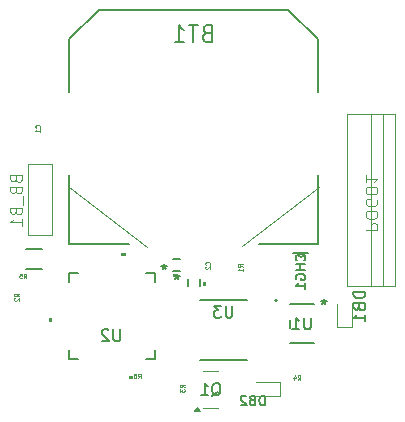
<source format=gbr>
%TF.GenerationSoftware,KiCad,Pcbnew,9.0.1*%
%TF.CreationDate,2025-06-29T08:21:18-07:00*%
%TF.ProjectId,Complete_Watch,436f6d70-6c65-4746-955f-57617463682e,rev?*%
%TF.SameCoordinates,Original*%
%TF.FileFunction,Legend,Bot*%
%TF.FilePolarity,Positive*%
%FSLAX46Y46*%
G04 Gerber Fmt 4.6, Leading zero omitted, Abs format (unit mm)*
G04 Created by KiCad (PCBNEW 9.0.1) date 2025-06-29 08:21:18*
%MOMM*%
%LPD*%
G01*
G04 APERTURE LIST*
%ADD10C,0.100000*%
%ADD11C,0.150000*%
%ADD12C,0.098425*%
%ADD13C,0.050000*%
%ADD14C,0.152400*%
%ADD15C,0.000000*%
%ADD16C,0.120000*%
%ADD17C,0.127000*%
%ADD18C,0.200000*%
G04 APERTURE END LIST*
D10*
X215448434Y-84418577D02*
X222067634Y-89460877D01*
X236567634Y-84418577D02*
X230067634Y-89418577D01*
D11*
X219761904Y-96454819D02*
X219761904Y-97264342D01*
X219761904Y-97264342D02*
X219714285Y-97359580D01*
X219714285Y-97359580D02*
X219666666Y-97407200D01*
X219666666Y-97407200D02*
X219571428Y-97454819D01*
X219571428Y-97454819D02*
X219380952Y-97454819D01*
X219380952Y-97454819D02*
X219285714Y-97407200D01*
X219285714Y-97407200D02*
X219238095Y-97359580D01*
X219238095Y-97359580D02*
X219190476Y-97264342D01*
X219190476Y-97264342D02*
X219190476Y-96454819D01*
X218761904Y-96550057D02*
X218714285Y-96502438D01*
X218714285Y-96502438D02*
X218619047Y-96454819D01*
X218619047Y-96454819D02*
X218380952Y-96454819D01*
X218380952Y-96454819D02*
X218285714Y-96502438D01*
X218285714Y-96502438D02*
X218238095Y-96550057D01*
X218238095Y-96550057D02*
X218190476Y-96645295D01*
X218190476Y-96645295D02*
X218190476Y-96740533D01*
X218190476Y-96740533D02*
X218238095Y-96883390D01*
X218238095Y-96883390D02*
X218809523Y-97454819D01*
X218809523Y-97454819D02*
X218190476Y-97454819D01*
X223499999Y-90954819D02*
X223499999Y-91192914D01*
X223738094Y-91097676D02*
X223499999Y-91192914D01*
X223499999Y-91192914D02*
X223261904Y-91097676D01*
X223642856Y-91383390D02*
X223499999Y-91192914D01*
X223499999Y-91192914D02*
X223357142Y-91383390D01*
X224555599Y-91795019D02*
X224555599Y-92033114D01*
X224793694Y-91937876D02*
X224555599Y-92033114D01*
X224555599Y-92033114D02*
X224317504Y-91937876D01*
X224698456Y-92223590D02*
X224555599Y-92033114D01*
X224555599Y-92033114D02*
X224412742Y-92223590D01*
D10*
X210933608Y-83714285D02*
X210981227Y-83857142D01*
X210981227Y-83857142D02*
X211028846Y-83904761D01*
X211028846Y-83904761D02*
X211124084Y-83952380D01*
X211124084Y-83952380D02*
X211266941Y-83952380D01*
X211266941Y-83952380D02*
X211362179Y-83904761D01*
X211362179Y-83904761D02*
X211409799Y-83857142D01*
X211409799Y-83857142D02*
X211457418Y-83761904D01*
X211457418Y-83761904D02*
X211457418Y-83380952D01*
X211457418Y-83380952D02*
X210457418Y-83380952D01*
X210457418Y-83380952D02*
X210457418Y-83714285D01*
X210457418Y-83714285D02*
X210505037Y-83809523D01*
X210505037Y-83809523D02*
X210552656Y-83857142D01*
X210552656Y-83857142D02*
X210647894Y-83904761D01*
X210647894Y-83904761D02*
X210743132Y-83904761D01*
X210743132Y-83904761D02*
X210838370Y-83857142D01*
X210838370Y-83857142D02*
X210885989Y-83809523D01*
X210885989Y-83809523D02*
X210933608Y-83714285D01*
X210933608Y-83714285D02*
X210933608Y-83380952D01*
X210933608Y-84714285D02*
X210981227Y-84857142D01*
X210981227Y-84857142D02*
X211028846Y-84904761D01*
X211028846Y-84904761D02*
X211124084Y-84952380D01*
X211124084Y-84952380D02*
X211266941Y-84952380D01*
X211266941Y-84952380D02*
X211362179Y-84904761D01*
X211362179Y-84904761D02*
X211409799Y-84857142D01*
X211409799Y-84857142D02*
X211457418Y-84761904D01*
X211457418Y-84761904D02*
X211457418Y-84380952D01*
X211457418Y-84380952D02*
X210457418Y-84380952D01*
X210457418Y-84380952D02*
X210457418Y-84714285D01*
X210457418Y-84714285D02*
X210505037Y-84809523D01*
X210505037Y-84809523D02*
X210552656Y-84857142D01*
X210552656Y-84857142D02*
X210647894Y-84904761D01*
X210647894Y-84904761D02*
X210743132Y-84904761D01*
X210743132Y-84904761D02*
X210838370Y-84857142D01*
X210838370Y-84857142D02*
X210885989Y-84809523D01*
X210885989Y-84809523D02*
X210933608Y-84714285D01*
X210933608Y-84714285D02*
X210933608Y-84380952D01*
X211552656Y-85142857D02*
X211552656Y-85904761D01*
X210933608Y-86476190D02*
X210981227Y-86619047D01*
X210981227Y-86619047D02*
X211028846Y-86666666D01*
X211028846Y-86666666D02*
X211124084Y-86714285D01*
X211124084Y-86714285D02*
X211266941Y-86714285D01*
X211266941Y-86714285D02*
X211362179Y-86666666D01*
X211362179Y-86666666D02*
X211409799Y-86619047D01*
X211409799Y-86619047D02*
X211457418Y-86523809D01*
X211457418Y-86523809D02*
X211457418Y-86142857D01*
X211457418Y-86142857D02*
X210457418Y-86142857D01*
X210457418Y-86142857D02*
X210457418Y-86476190D01*
X210457418Y-86476190D02*
X210505037Y-86571428D01*
X210505037Y-86571428D02*
X210552656Y-86619047D01*
X210552656Y-86619047D02*
X210647894Y-86666666D01*
X210647894Y-86666666D02*
X210743132Y-86666666D01*
X210743132Y-86666666D02*
X210838370Y-86619047D01*
X210838370Y-86619047D02*
X210885989Y-86571428D01*
X210885989Y-86571428D02*
X210933608Y-86476190D01*
X210933608Y-86476190D02*
X210933608Y-86142857D01*
X211457418Y-87666666D02*
X211457418Y-87095238D01*
X211457418Y-87380952D02*
X210457418Y-87380952D01*
X210457418Y-87380952D02*
X210600275Y-87285714D01*
X210600275Y-87285714D02*
X210695513Y-87190476D01*
X210695513Y-87190476D02*
X210743132Y-87095238D01*
D11*
X227532738Y-102100057D02*
X227627976Y-102052438D01*
X227627976Y-102052438D02*
X227723214Y-101957200D01*
X227723214Y-101957200D02*
X227866071Y-101814342D01*
X227866071Y-101814342D02*
X227961309Y-101766723D01*
X227961309Y-101766723D02*
X228056547Y-101766723D01*
X228008928Y-102004819D02*
X228104166Y-101957200D01*
X228104166Y-101957200D02*
X228199404Y-101861961D01*
X228199404Y-101861961D02*
X228247023Y-101671485D01*
X228247023Y-101671485D02*
X228247023Y-101338152D01*
X228247023Y-101338152D02*
X228199404Y-101147676D01*
X228199404Y-101147676D02*
X228104166Y-101052438D01*
X228104166Y-101052438D02*
X228008928Y-101004819D01*
X228008928Y-101004819D02*
X227818452Y-101004819D01*
X227818452Y-101004819D02*
X227723214Y-101052438D01*
X227723214Y-101052438D02*
X227627976Y-101147676D01*
X227627976Y-101147676D02*
X227580357Y-101338152D01*
X227580357Y-101338152D02*
X227580357Y-101671485D01*
X227580357Y-101671485D02*
X227627976Y-101861961D01*
X227627976Y-101861961D02*
X227723214Y-101957200D01*
X227723214Y-101957200D02*
X227818452Y-102004819D01*
X227818452Y-102004819D02*
X228008928Y-102004819D01*
X226627976Y-102004819D02*
X227199404Y-102004819D01*
X226913690Y-102004819D02*
X226913690Y-101004819D01*
X226913690Y-101004819D02*
X227008928Y-101147676D01*
X227008928Y-101147676D02*
X227104166Y-101242914D01*
X227104166Y-101242914D02*
X227199404Y-101290533D01*
X231990475Y-102862295D02*
X231990475Y-102062295D01*
X231990475Y-102062295D02*
X231799999Y-102062295D01*
X231799999Y-102062295D02*
X231685713Y-102100390D01*
X231685713Y-102100390D02*
X231609523Y-102176580D01*
X231609523Y-102176580D02*
X231571428Y-102252771D01*
X231571428Y-102252771D02*
X231533332Y-102405152D01*
X231533332Y-102405152D02*
X231533332Y-102519438D01*
X231533332Y-102519438D02*
X231571428Y-102671819D01*
X231571428Y-102671819D02*
X231609523Y-102748009D01*
X231609523Y-102748009D02*
X231685713Y-102824200D01*
X231685713Y-102824200D02*
X231799999Y-102862295D01*
X231799999Y-102862295D02*
X231990475Y-102862295D01*
X230923809Y-102443247D02*
X230809523Y-102481342D01*
X230809523Y-102481342D02*
X230771428Y-102519438D01*
X230771428Y-102519438D02*
X230733332Y-102595628D01*
X230733332Y-102595628D02*
X230733332Y-102709914D01*
X230733332Y-102709914D02*
X230771428Y-102786104D01*
X230771428Y-102786104D02*
X230809523Y-102824200D01*
X230809523Y-102824200D02*
X230885713Y-102862295D01*
X230885713Y-102862295D02*
X231190475Y-102862295D01*
X231190475Y-102862295D02*
X231190475Y-102062295D01*
X231190475Y-102062295D02*
X230923809Y-102062295D01*
X230923809Y-102062295D02*
X230847618Y-102100390D01*
X230847618Y-102100390D02*
X230809523Y-102138485D01*
X230809523Y-102138485D02*
X230771428Y-102214676D01*
X230771428Y-102214676D02*
X230771428Y-102290866D01*
X230771428Y-102290866D02*
X230809523Y-102367057D01*
X230809523Y-102367057D02*
X230847618Y-102405152D01*
X230847618Y-102405152D02*
X230923809Y-102443247D01*
X230923809Y-102443247D02*
X231190475Y-102443247D01*
X230428571Y-102138485D02*
X230390475Y-102100390D01*
X230390475Y-102100390D02*
X230314285Y-102062295D01*
X230314285Y-102062295D02*
X230123809Y-102062295D01*
X230123809Y-102062295D02*
X230047618Y-102100390D01*
X230047618Y-102100390D02*
X230009523Y-102138485D01*
X230009523Y-102138485D02*
X229971428Y-102214676D01*
X229971428Y-102214676D02*
X229971428Y-102290866D01*
X229971428Y-102290866D02*
X230009523Y-102405152D01*
X230009523Y-102405152D02*
X230466666Y-102862295D01*
X230466666Y-102862295D02*
X229971428Y-102862295D01*
X235355304Y-90607819D02*
X235393400Y-90569723D01*
X235393400Y-90569723D02*
X235431495Y-90455438D01*
X235431495Y-90455438D02*
X235431495Y-90379247D01*
X235431495Y-90379247D02*
X235393400Y-90264961D01*
X235393400Y-90264961D02*
X235317209Y-90188771D01*
X235317209Y-90188771D02*
X235241019Y-90150676D01*
X235241019Y-90150676D02*
X235088638Y-90112580D01*
X235088638Y-90112580D02*
X234974352Y-90112580D01*
X234974352Y-90112580D02*
X234821971Y-90150676D01*
X234821971Y-90150676D02*
X234745780Y-90188771D01*
X234745780Y-90188771D02*
X234669590Y-90264961D01*
X234669590Y-90264961D02*
X234631495Y-90379247D01*
X234631495Y-90379247D02*
X234631495Y-90455438D01*
X234631495Y-90455438D02*
X234669590Y-90569723D01*
X234669590Y-90569723D02*
X234707685Y-90607819D01*
X235431495Y-90950676D02*
X234631495Y-90950676D01*
X235012447Y-90950676D02*
X235012447Y-91407819D01*
X235431495Y-91407819D02*
X234631495Y-91407819D01*
X234669590Y-92207818D02*
X234631495Y-92131628D01*
X234631495Y-92131628D02*
X234631495Y-92017342D01*
X234631495Y-92017342D02*
X234669590Y-91903056D01*
X234669590Y-91903056D02*
X234745780Y-91826866D01*
X234745780Y-91826866D02*
X234821971Y-91788771D01*
X234821971Y-91788771D02*
X234974352Y-91750675D01*
X234974352Y-91750675D02*
X235088638Y-91750675D01*
X235088638Y-91750675D02*
X235241019Y-91788771D01*
X235241019Y-91788771D02*
X235317209Y-91826866D01*
X235317209Y-91826866D02*
X235393400Y-91903056D01*
X235393400Y-91903056D02*
X235431495Y-92017342D01*
X235431495Y-92017342D02*
X235431495Y-92093533D01*
X235431495Y-92093533D02*
X235393400Y-92207818D01*
X235393400Y-92207818D02*
X235355304Y-92245914D01*
X235355304Y-92245914D02*
X235088638Y-92245914D01*
X235088638Y-92245914D02*
X235088638Y-92093533D01*
X235431495Y-93007818D02*
X235431495Y-92550675D01*
X235431495Y-92779247D02*
X234631495Y-92779247D01*
X234631495Y-92779247D02*
X234745780Y-92703056D01*
X234745780Y-92703056D02*
X234821971Y-92626866D01*
X234821971Y-92626866D02*
X234860066Y-92550675D01*
D10*
X240542580Y-88035713D02*
X241542580Y-88035713D01*
X241542580Y-88035713D02*
X241542580Y-87654761D01*
X241542580Y-87654761D02*
X241494961Y-87559523D01*
X241494961Y-87559523D02*
X241447342Y-87511904D01*
X241447342Y-87511904D02*
X241352104Y-87464285D01*
X241352104Y-87464285D02*
X241209247Y-87464285D01*
X241209247Y-87464285D02*
X241114009Y-87511904D01*
X241114009Y-87511904D02*
X241066390Y-87559523D01*
X241066390Y-87559523D02*
X241018771Y-87654761D01*
X241018771Y-87654761D02*
X241018771Y-88035713D01*
X241542580Y-86845237D02*
X241542580Y-86654761D01*
X241542580Y-86654761D02*
X241494961Y-86559523D01*
X241494961Y-86559523D02*
X241399723Y-86464285D01*
X241399723Y-86464285D02*
X241209247Y-86416666D01*
X241209247Y-86416666D02*
X240875914Y-86416666D01*
X240875914Y-86416666D02*
X240685438Y-86464285D01*
X240685438Y-86464285D02*
X240590200Y-86559523D01*
X240590200Y-86559523D02*
X240542580Y-86654761D01*
X240542580Y-86654761D02*
X240542580Y-86845237D01*
X240542580Y-86845237D02*
X240590200Y-86940475D01*
X240590200Y-86940475D02*
X240685438Y-87035713D01*
X240685438Y-87035713D02*
X240875914Y-87083332D01*
X240875914Y-87083332D02*
X241209247Y-87083332D01*
X241209247Y-87083332D02*
X241399723Y-87035713D01*
X241399723Y-87035713D02*
X241494961Y-86940475D01*
X241494961Y-86940475D02*
X241542580Y-86845237D01*
X241494961Y-85464285D02*
X241542580Y-85559523D01*
X241542580Y-85559523D02*
X241542580Y-85702380D01*
X241542580Y-85702380D02*
X241494961Y-85845237D01*
X241494961Y-85845237D02*
X241399723Y-85940475D01*
X241399723Y-85940475D02*
X241304485Y-85988094D01*
X241304485Y-85988094D02*
X241114009Y-86035713D01*
X241114009Y-86035713D02*
X240971152Y-86035713D01*
X240971152Y-86035713D02*
X240780676Y-85988094D01*
X240780676Y-85988094D02*
X240685438Y-85940475D01*
X240685438Y-85940475D02*
X240590200Y-85845237D01*
X240590200Y-85845237D02*
X240542580Y-85702380D01*
X240542580Y-85702380D02*
X240542580Y-85607142D01*
X240542580Y-85607142D02*
X240590200Y-85464285D01*
X240590200Y-85464285D02*
X240637819Y-85416666D01*
X240637819Y-85416666D02*
X240971152Y-85416666D01*
X240971152Y-85416666D02*
X240971152Y-85607142D01*
X241542580Y-84797618D02*
X241542580Y-84607142D01*
X241542580Y-84607142D02*
X241494961Y-84511904D01*
X241494961Y-84511904D02*
X241399723Y-84416666D01*
X241399723Y-84416666D02*
X241209247Y-84369047D01*
X241209247Y-84369047D02*
X240875914Y-84369047D01*
X240875914Y-84369047D02*
X240685438Y-84416666D01*
X240685438Y-84416666D02*
X240590200Y-84511904D01*
X240590200Y-84511904D02*
X240542580Y-84607142D01*
X240542580Y-84607142D02*
X240542580Y-84797618D01*
X240542580Y-84797618D02*
X240590200Y-84892856D01*
X240590200Y-84892856D02*
X240685438Y-84988094D01*
X240685438Y-84988094D02*
X240875914Y-85035713D01*
X240875914Y-85035713D02*
X241209247Y-85035713D01*
X241209247Y-85035713D02*
X241399723Y-84988094D01*
X241399723Y-84988094D02*
X241494961Y-84892856D01*
X241494961Y-84892856D02*
X241542580Y-84797618D01*
X240542580Y-83416666D02*
X240542580Y-83988094D01*
X240542580Y-83702380D02*
X241542580Y-83702380D01*
X241542580Y-83702380D02*
X241399723Y-83797618D01*
X241399723Y-83797618D02*
X241304485Y-83892856D01*
X241304485Y-83892856D02*
X241256866Y-83988094D01*
D12*
X234805616Y-100727014D02*
X234936850Y-100539538D01*
X235030588Y-100727014D02*
X235030588Y-100333313D01*
X235030588Y-100333313D02*
X234880607Y-100333313D01*
X234880607Y-100333313D02*
X234843112Y-100352061D01*
X234843112Y-100352061D02*
X234824364Y-100370809D01*
X234824364Y-100370809D02*
X234805616Y-100408304D01*
X234805616Y-100408304D02*
X234805616Y-100464547D01*
X234805616Y-100464547D02*
X234824364Y-100502042D01*
X234824364Y-100502042D02*
X234843112Y-100520790D01*
X234843112Y-100520790D02*
X234880607Y-100539538D01*
X234880607Y-100539538D02*
X235030588Y-100539538D01*
X234468158Y-100464547D02*
X234468158Y-100727014D01*
X234561897Y-100314566D02*
X234655635Y-100595781D01*
X234655635Y-100595781D02*
X234411915Y-100595781D01*
D11*
X227100000Y-71369068D02*
X226900000Y-71435735D01*
X226900000Y-71435735D02*
X226833333Y-71502401D01*
X226833333Y-71502401D02*
X226766666Y-71635735D01*
X226766666Y-71635735D02*
X226766666Y-71835735D01*
X226766666Y-71835735D02*
X226833333Y-71969068D01*
X226833333Y-71969068D02*
X226900000Y-72035735D01*
X226900000Y-72035735D02*
X227033333Y-72102401D01*
X227033333Y-72102401D02*
X227566666Y-72102401D01*
X227566666Y-72102401D02*
X227566666Y-70702401D01*
X227566666Y-70702401D02*
X227100000Y-70702401D01*
X227100000Y-70702401D02*
X226966666Y-70769068D01*
X226966666Y-70769068D02*
X226900000Y-70835735D01*
X226900000Y-70835735D02*
X226833333Y-70969068D01*
X226833333Y-70969068D02*
X226833333Y-71102401D01*
X226833333Y-71102401D02*
X226900000Y-71235735D01*
X226900000Y-71235735D02*
X226966666Y-71302401D01*
X226966666Y-71302401D02*
X227100000Y-71369068D01*
X227100000Y-71369068D02*
X227566666Y-71369068D01*
X226366666Y-70702401D02*
X225566666Y-70702401D01*
X225966666Y-72102401D02*
X225966666Y-70702401D01*
X224366666Y-72102401D02*
X225166666Y-72102401D01*
X224766666Y-72102401D02*
X224766666Y-70702401D01*
X224766666Y-70702401D02*
X224899999Y-70902401D01*
X224899999Y-70902401D02*
X225033333Y-71035735D01*
X225033333Y-71035735D02*
X225166666Y-71102401D01*
D12*
X225227014Y-101380383D02*
X225039538Y-101249149D01*
X225227014Y-101155411D02*
X224833313Y-101155411D01*
X224833313Y-101155411D02*
X224833313Y-101305392D01*
X224833313Y-101305392D02*
X224852061Y-101342888D01*
X224852061Y-101342888D02*
X224870809Y-101361635D01*
X224870809Y-101361635D02*
X224908304Y-101380383D01*
X224908304Y-101380383D02*
X224964547Y-101380383D01*
X224964547Y-101380383D02*
X225002042Y-101361635D01*
X225002042Y-101361635D02*
X225020790Y-101342888D01*
X225020790Y-101342888D02*
X225039538Y-101305392D01*
X225039538Y-101305392D02*
X225039538Y-101155411D01*
X224833313Y-101511617D02*
X224833313Y-101755336D01*
X224833313Y-101755336D02*
X224983295Y-101624103D01*
X224983295Y-101624103D02*
X224983295Y-101680346D01*
X224983295Y-101680346D02*
X225002042Y-101717841D01*
X225002042Y-101717841D02*
X225020790Y-101736589D01*
X225020790Y-101736589D02*
X225058285Y-101755336D01*
X225058285Y-101755336D02*
X225152024Y-101755336D01*
X225152024Y-101755336D02*
X225189519Y-101736589D01*
X225189519Y-101736589D02*
X225208267Y-101717841D01*
X225208267Y-101717841D02*
X225227014Y-101680346D01*
X225227014Y-101680346D02*
X225227014Y-101567860D01*
X225227014Y-101567860D02*
X225208267Y-101530364D01*
X225208267Y-101530364D02*
X225189519Y-101511617D01*
X211177014Y-93674383D02*
X210989538Y-93543149D01*
X211177014Y-93449411D02*
X210783313Y-93449411D01*
X210783313Y-93449411D02*
X210783313Y-93599392D01*
X210783313Y-93599392D02*
X210802061Y-93636888D01*
X210802061Y-93636888D02*
X210820809Y-93655635D01*
X210820809Y-93655635D02*
X210858304Y-93674383D01*
X210858304Y-93674383D02*
X210914547Y-93674383D01*
X210914547Y-93674383D02*
X210952042Y-93655635D01*
X210952042Y-93655635D02*
X210970790Y-93636888D01*
X210970790Y-93636888D02*
X210989538Y-93599392D01*
X210989538Y-93599392D02*
X210989538Y-93449411D01*
X210820809Y-93824364D02*
X210802061Y-93843112D01*
X210802061Y-93843112D02*
X210783313Y-93880607D01*
X210783313Y-93880607D02*
X210783313Y-93974346D01*
X210783313Y-93974346D02*
X210802061Y-94011841D01*
X210802061Y-94011841D02*
X210820809Y-94030589D01*
X210820809Y-94030589D02*
X210858304Y-94049336D01*
X210858304Y-94049336D02*
X210895799Y-94049336D01*
X210895799Y-94049336D02*
X210952042Y-94030589D01*
X210952042Y-94030589D02*
X211177014Y-93805617D01*
X211177014Y-93805617D02*
X211177014Y-94049336D01*
X221275616Y-100607014D02*
X221406850Y-100419538D01*
X221500588Y-100607014D02*
X221500588Y-100213313D01*
X221500588Y-100213313D02*
X221350607Y-100213313D01*
X221350607Y-100213313D02*
X221313112Y-100232061D01*
X221313112Y-100232061D02*
X221294364Y-100250809D01*
X221294364Y-100250809D02*
X221275616Y-100288304D01*
X221275616Y-100288304D02*
X221275616Y-100344547D01*
X221275616Y-100344547D02*
X221294364Y-100382042D01*
X221294364Y-100382042D02*
X221313112Y-100400790D01*
X221313112Y-100400790D02*
X221350607Y-100419538D01*
X221350607Y-100419538D02*
X221500588Y-100419538D01*
X220938158Y-100213313D02*
X221013149Y-100213313D01*
X221013149Y-100213313D02*
X221050644Y-100232061D01*
X221050644Y-100232061D02*
X221069392Y-100250809D01*
X221069392Y-100250809D02*
X221106887Y-100307052D01*
X221106887Y-100307052D02*
X221125635Y-100382042D01*
X221125635Y-100382042D02*
X221125635Y-100532024D01*
X221125635Y-100532024D02*
X221106887Y-100569519D01*
X221106887Y-100569519D02*
X221088140Y-100588267D01*
X221088140Y-100588267D02*
X221050644Y-100607014D01*
X221050644Y-100607014D02*
X220975654Y-100607014D01*
X220975654Y-100607014D02*
X220938158Y-100588267D01*
X220938158Y-100588267D02*
X220919411Y-100569519D01*
X220919411Y-100569519D02*
X220900663Y-100532024D01*
X220900663Y-100532024D02*
X220900663Y-100438285D01*
X220900663Y-100438285D02*
X220919411Y-100400790D01*
X220919411Y-100400790D02*
X220938158Y-100382042D01*
X220938158Y-100382042D02*
X220975654Y-100363295D01*
X220975654Y-100363295D02*
X221050644Y-100363295D01*
X221050644Y-100363295D02*
X221088140Y-100382042D01*
X221088140Y-100382042D02*
X221106887Y-100400790D01*
X221106887Y-100400790D02*
X221125635Y-100438285D01*
X212939519Y-79374383D02*
X212958267Y-79355635D01*
X212958267Y-79355635D02*
X212977014Y-79299392D01*
X212977014Y-79299392D02*
X212977014Y-79261897D01*
X212977014Y-79261897D02*
X212958267Y-79205654D01*
X212958267Y-79205654D02*
X212920771Y-79168159D01*
X212920771Y-79168159D02*
X212883276Y-79149411D01*
X212883276Y-79149411D02*
X212808285Y-79130663D01*
X212808285Y-79130663D02*
X212752042Y-79130663D01*
X212752042Y-79130663D02*
X212677052Y-79149411D01*
X212677052Y-79149411D02*
X212639556Y-79168159D01*
X212639556Y-79168159D02*
X212602061Y-79205654D01*
X212602061Y-79205654D02*
X212583313Y-79261897D01*
X212583313Y-79261897D02*
X212583313Y-79299392D01*
X212583313Y-79299392D02*
X212602061Y-79355635D01*
X212602061Y-79355635D02*
X212620809Y-79374383D01*
X212977014Y-79749336D02*
X212977014Y-79524364D01*
X212977014Y-79636850D02*
X212583313Y-79636850D01*
X212583313Y-79636850D02*
X212639556Y-79599355D01*
X212639556Y-79599355D02*
X212677052Y-79561860D01*
X212677052Y-79561860D02*
X212695799Y-79524364D01*
X227339519Y-90994383D02*
X227358267Y-90975635D01*
X227358267Y-90975635D02*
X227377014Y-90919392D01*
X227377014Y-90919392D02*
X227377014Y-90881897D01*
X227377014Y-90881897D02*
X227358267Y-90825654D01*
X227358267Y-90825654D02*
X227320771Y-90788159D01*
X227320771Y-90788159D02*
X227283276Y-90769411D01*
X227283276Y-90769411D02*
X227208285Y-90750663D01*
X227208285Y-90750663D02*
X227152042Y-90750663D01*
X227152042Y-90750663D02*
X227077052Y-90769411D01*
X227077052Y-90769411D02*
X227039556Y-90788159D01*
X227039556Y-90788159D02*
X227002061Y-90825654D01*
X227002061Y-90825654D02*
X226983313Y-90881897D01*
X226983313Y-90881897D02*
X226983313Y-90919392D01*
X226983313Y-90919392D02*
X227002061Y-90975635D01*
X227002061Y-90975635D02*
X227020809Y-90994383D01*
X227020809Y-91144364D02*
X227002061Y-91163112D01*
X227002061Y-91163112D02*
X226983313Y-91200607D01*
X226983313Y-91200607D02*
X226983313Y-91294346D01*
X226983313Y-91294346D02*
X227002061Y-91331841D01*
X227002061Y-91331841D02*
X227020809Y-91350589D01*
X227020809Y-91350589D02*
X227058304Y-91369336D01*
X227058304Y-91369336D02*
X227095799Y-91369336D01*
X227095799Y-91369336D02*
X227152042Y-91350589D01*
X227152042Y-91350589D02*
X227377014Y-91125617D01*
X227377014Y-91125617D02*
X227377014Y-91369336D01*
D13*
X226943923Y-92531666D02*
X226848685Y-92465000D01*
X226943923Y-92417381D02*
X226743923Y-92417381D01*
X226743923Y-92417381D02*
X226743923Y-92493571D01*
X226743923Y-92493571D02*
X226753447Y-92512619D01*
X226753447Y-92512619D02*
X226762971Y-92522142D01*
X226762971Y-92522142D02*
X226782019Y-92531666D01*
X226782019Y-92531666D02*
X226810590Y-92531666D01*
X226810590Y-92531666D02*
X226829638Y-92522142D01*
X226829638Y-92522142D02*
X226839161Y-92512619D01*
X226839161Y-92512619D02*
X226848685Y-92493571D01*
X226848685Y-92493571D02*
X226848685Y-92417381D01*
X226829638Y-92645952D02*
X226820114Y-92626904D01*
X226820114Y-92626904D02*
X226810590Y-92617381D01*
X226810590Y-92617381D02*
X226791542Y-92607857D01*
X226791542Y-92607857D02*
X226782019Y-92607857D01*
X226782019Y-92607857D02*
X226762971Y-92617381D01*
X226762971Y-92617381D02*
X226753447Y-92626904D01*
X226753447Y-92626904D02*
X226743923Y-92645952D01*
X226743923Y-92645952D02*
X226743923Y-92684047D01*
X226743923Y-92684047D02*
X226753447Y-92703095D01*
X226753447Y-92703095D02*
X226762971Y-92712619D01*
X226762971Y-92712619D02*
X226782019Y-92722142D01*
X226782019Y-92722142D02*
X226791542Y-92722142D01*
X226791542Y-92722142D02*
X226810590Y-92712619D01*
X226810590Y-92712619D02*
X226820114Y-92703095D01*
X226820114Y-92703095D02*
X226829638Y-92684047D01*
X226829638Y-92684047D02*
X226829638Y-92645952D01*
X226829638Y-92645952D02*
X226839161Y-92626904D01*
X226839161Y-92626904D02*
X226848685Y-92617381D01*
X226848685Y-92617381D02*
X226867733Y-92607857D01*
X226867733Y-92607857D02*
X226905828Y-92607857D01*
X226905828Y-92607857D02*
X226924876Y-92617381D01*
X226924876Y-92617381D02*
X226934400Y-92626904D01*
X226934400Y-92626904D02*
X226943923Y-92645952D01*
X226943923Y-92645952D02*
X226943923Y-92684047D01*
X226943923Y-92684047D02*
X226934400Y-92703095D01*
X226934400Y-92703095D02*
X226924876Y-92712619D01*
X226924876Y-92712619D02*
X226905828Y-92722142D01*
X226905828Y-92722142D02*
X226867733Y-92722142D01*
X226867733Y-92722142D02*
X226848685Y-92712619D01*
X226848685Y-92712619D02*
X226839161Y-92703095D01*
X226839161Y-92703095D02*
X226829638Y-92684047D01*
D12*
X211605616Y-92127014D02*
X211736850Y-91939538D01*
X211830588Y-92127014D02*
X211830588Y-91733313D01*
X211830588Y-91733313D02*
X211680607Y-91733313D01*
X211680607Y-91733313D02*
X211643112Y-91752061D01*
X211643112Y-91752061D02*
X211624364Y-91770809D01*
X211624364Y-91770809D02*
X211605616Y-91808304D01*
X211605616Y-91808304D02*
X211605616Y-91864547D01*
X211605616Y-91864547D02*
X211624364Y-91902042D01*
X211624364Y-91902042D02*
X211643112Y-91920790D01*
X211643112Y-91920790D02*
X211680607Y-91939538D01*
X211680607Y-91939538D02*
X211830588Y-91939538D01*
X211249411Y-91733313D02*
X211436887Y-91733313D01*
X211436887Y-91733313D02*
X211455635Y-91920790D01*
X211455635Y-91920790D02*
X211436887Y-91902042D01*
X211436887Y-91902042D02*
X211399392Y-91883295D01*
X211399392Y-91883295D02*
X211305654Y-91883295D01*
X211305654Y-91883295D02*
X211268158Y-91902042D01*
X211268158Y-91902042D02*
X211249411Y-91920790D01*
X211249411Y-91920790D02*
X211230663Y-91958285D01*
X211230663Y-91958285D02*
X211230663Y-92052024D01*
X211230663Y-92052024D02*
X211249411Y-92089519D01*
X211249411Y-92089519D02*
X211268158Y-92108267D01*
X211268158Y-92108267D02*
X211305654Y-92127014D01*
X211305654Y-92127014D02*
X211399392Y-92127014D01*
X211399392Y-92127014D02*
X211436887Y-92108267D01*
X211436887Y-92108267D02*
X211455635Y-92089519D01*
D11*
X229261904Y-94454819D02*
X229261904Y-95264342D01*
X229261904Y-95264342D02*
X229214285Y-95359580D01*
X229214285Y-95359580D02*
X229166666Y-95407200D01*
X229166666Y-95407200D02*
X229071428Y-95454819D01*
X229071428Y-95454819D02*
X228880952Y-95454819D01*
X228880952Y-95454819D02*
X228785714Y-95407200D01*
X228785714Y-95407200D02*
X228738095Y-95359580D01*
X228738095Y-95359580D02*
X228690476Y-95264342D01*
X228690476Y-95264342D02*
X228690476Y-94454819D01*
X228309523Y-94454819D02*
X227690476Y-94454819D01*
X227690476Y-94454819D02*
X228023809Y-94835771D01*
X228023809Y-94835771D02*
X227880952Y-94835771D01*
X227880952Y-94835771D02*
X227785714Y-94883390D01*
X227785714Y-94883390D02*
X227738095Y-94931009D01*
X227738095Y-94931009D02*
X227690476Y-95026247D01*
X227690476Y-95026247D02*
X227690476Y-95264342D01*
X227690476Y-95264342D02*
X227738095Y-95359580D01*
X227738095Y-95359580D02*
X227785714Y-95407200D01*
X227785714Y-95407200D02*
X227880952Y-95454819D01*
X227880952Y-95454819D02*
X228166666Y-95454819D01*
X228166666Y-95454819D02*
X228261904Y-95407200D01*
X228261904Y-95407200D02*
X228309523Y-95359580D01*
X240511619Y-93261905D02*
X239511619Y-93261905D01*
X239511619Y-93261905D02*
X239511619Y-93500000D01*
X239511619Y-93500000D02*
X239559238Y-93642857D01*
X239559238Y-93642857D02*
X239654476Y-93738095D01*
X239654476Y-93738095D02*
X239749714Y-93785714D01*
X239749714Y-93785714D02*
X239940190Y-93833333D01*
X239940190Y-93833333D02*
X240083047Y-93833333D01*
X240083047Y-93833333D02*
X240273523Y-93785714D01*
X240273523Y-93785714D02*
X240368761Y-93738095D01*
X240368761Y-93738095D02*
X240464000Y-93642857D01*
X240464000Y-93642857D02*
X240511619Y-93500000D01*
X240511619Y-93500000D02*
X240511619Y-93261905D01*
X239987809Y-94595238D02*
X240035428Y-94738095D01*
X240035428Y-94738095D02*
X240083047Y-94785714D01*
X240083047Y-94785714D02*
X240178285Y-94833333D01*
X240178285Y-94833333D02*
X240321142Y-94833333D01*
X240321142Y-94833333D02*
X240416380Y-94785714D01*
X240416380Y-94785714D02*
X240464000Y-94738095D01*
X240464000Y-94738095D02*
X240511619Y-94642857D01*
X240511619Y-94642857D02*
X240511619Y-94261905D01*
X240511619Y-94261905D02*
X239511619Y-94261905D01*
X239511619Y-94261905D02*
X239511619Y-94595238D01*
X239511619Y-94595238D02*
X239559238Y-94690476D01*
X239559238Y-94690476D02*
X239606857Y-94738095D01*
X239606857Y-94738095D02*
X239702095Y-94785714D01*
X239702095Y-94785714D02*
X239797333Y-94785714D01*
X239797333Y-94785714D02*
X239892571Y-94738095D01*
X239892571Y-94738095D02*
X239940190Y-94690476D01*
X239940190Y-94690476D02*
X239987809Y-94595238D01*
X239987809Y-94595238D02*
X239987809Y-94261905D01*
X240511619Y-95785714D02*
X240511619Y-95214286D01*
X240511619Y-95500000D02*
X239511619Y-95500000D01*
X239511619Y-95500000D02*
X239654476Y-95404762D01*
X239654476Y-95404762D02*
X239749714Y-95309524D01*
X239749714Y-95309524D02*
X239797333Y-95214286D01*
X235896704Y-95454819D02*
X235896704Y-96264342D01*
X235896704Y-96264342D02*
X235849085Y-96359580D01*
X235849085Y-96359580D02*
X235801466Y-96407200D01*
X235801466Y-96407200D02*
X235706228Y-96454819D01*
X235706228Y-96454819D02*
X235515752Y-96454819D01*
X235515752Y-96454819D02*
X235420514Y-96407200D01*
X235420514Y-96407200D02*
X235372895Y-96359580D01*
X235372895Y-96359580D02*
X235325276Y-96264342D01*
X235325276Y-96264342D02*
X235325276Y-95454819D01*
X234325276Y-96454819D02*
X234896704Y-96454819D01*
X234610990Y-96454819D02*
X234610990Y-95454819D01*
X234610990Y-95454819D02*
X234706228Y-95597676D01*
X234706228Y-95597676D02*
X234801466Y-95692914D01*
X234801466Y-95692914D02*
X234896704Y-95740533D01*
X237000049Y-93904820D02*
X237000049Y-94142915D01*
X237238144Y-94047677D02*
X237000049Y-94142915D01*
X237000049Y-94142915D02*
X236761954Y-94047677D01*
X237142906Y-94333391D02*
X237000049Y-94142915D01*
X237000049Y-94142915D02*
X236857192Y-94333391D01*
D13*
X224468333Y-91943923D02*
X224534999Y-91848685D01*
X224582618Y-91943923D02*
X224582618Y-91743923D01*
X224582618Y-91743923D02*
X224506428Y-91743923D01*
X224506428Y-91743923D02*
X224487380Y-91753447D01*
X224487380Y-91753447D02*
X224477857Y-91762971D01*
X224477857Y-91762971D02*
X224468333Y-91782019D01*
X224468333Y-91782019D02*
X224468333Y-91810590D01*
X224468333Y-91810590D02*
X224477857Y-91829638D01*
X224477857Y-91829638D02*
X224487380Y-91839161D01*
X224487380Y-91839161D02*
X224506428Y-91848685D01*
X224506428Y-91848685D02*
X224582618Y-91848685D01*
X224401666Y-91743923D02*
X224268333Y-91743923D01*
X224268333Y-91743923D02*
X224354047Y-91943923D01*
D12*
X230127014Y-91174383D02*
X229939538Y-91043149D01*
X230127014Y-90949411D02*
X229733313Y-90949411D01*
X229733313Y-90949411D02*
X229733313Y-91099392D01*
X229733313Y-91099392D02*
X229752061Y-91136888D01*
X229752061Y-91136888D02*
X229770809Y-91155635D01*
X229770809Y-91155635D02*
X229808304Y-91174383D01*
X229808304Y-91174383D02*
X229864547Y-91174383D01*
X229864547Y-91174383D02*
X229902042Y-91155635D01*
X229902042Y-91155635D02*
X229920790Y-91136888D01*
X229920790Y-91136888D02*
X229939538Y-91099392D01*
X229939538Y-91099392D02*
X229939538Y-90949411D01*
X230127014Y-91549336D02*
X230127014Y-91324364D01*
X230127014Y-91436850D02*
X229733313Y-91436850D01*
X229733313Y-91436850D02*
X229789556Y-91399355D01*
X229789556Y-91399355D02*
X229827052Y-91361860D01*
X229827052Y-91361860D02*
X229845799Y-91324364D01*
D14*
%TO.C,U2*%
X222701400Y-91689000D02*
X222701400Y-92459461D01*
X222701400Y-98182939D02*
X222701400Y-98953400D01*
X222701400Y-98953400D02*
X221930939Y-98953400D01*
X221930939Y-91689000D02*
X222701400Y-91689000D01*
X216207461Y-98953400D02*
X215437000Y-98953400D01*
X215437000Y-91689000D02*
X216207461Y-91689000D01*
X215437000Y-92459461D02*
X215437000Y-91689000D01*
X215437000Y-98953400D02*
X215437000Y-98182939D01*
D15*
G36*
X220884701Y-100680600D02*
G01*
X220503701Y-100680600D01*
X220503701Y-100426600D01*
X220884701Y-100426600D01*
X220884701Y-100680600D01*
G37*
G36*
X220234699Y-90215800D02*
G01*
X219853699Y-90215800D01*
X219853699Y-89961800D01*
X220234699Y-89961800D01*
X220234699Y-90215800D01*
G37*
G36*
X213963800Y-95836701D02*
G01*
X213709800Y-95836701D01*
X213709800Y-95455701D01*
X213963800Y-95455701D01*
X213963800Y-95836701D01*
G37*
D10*
%TO.C,BB_B1*%
X214000000Y-88500000D02*
X212000000Y-88500000D01*
X212000000Y-82500000D01*
X214000000Y-82500000D01*
X214000000Y-88500000D01*
D16*
%TO.C,Q1*%
X227437500Y-99989999D02*
X226787500Y-99990000D01*
X227437500Y-99989999D02*
X228087500Y-99990000D01*
X227437500Y-103110001D02*
X226787500Y-103110000D01*
X227437500Y-103110001D02*
X228087500Y-103110000D01*
X226515000Y-103389999D02*
X226035000Y-103390000D01*
X226275000Y-103060000D01*
X226515000Y-103389999D01*
G36*
X226515000Y-103389999D02*
G01*
X226035000Y-103390000D01*
X226275000Y-103060000D01*
X226515000Y-103389999D01*
G37*
%TO.C,DB2*%
X231300000Y-100900000D02*
X233260000Y-100899999D01*
X231300000Y-102100000D02*
X233260000Y-102100001D01*
X233260000Y-100899999D02*
X233260000Y-102100001D01*
D14*
%TO.C,CHG1*%
X234434200Y-90010800D02*
X234764400Y-90010800D01*
X234764400Y-90010800D02*
X235374000Y-90010800D01*
X235374000Y-90010800D02*
X235704200Y-90010800D01*
X235374000Y-90010800D02*
G75*
G02*
X234764400Y-90010800I-304800J0D01*
G01*
%TO.C,POGO1*%
D10*
X243000000Y-78250000D02*
X239000000Y-78250000D01*
X239000000Y-92750000D01*
X243000000Y-92750000D01*
X243000000Y-78250000D01*
X243000000Y-78250000D02*
X241000000Y-78250000D01*
X241000000Y-92750000D01*
X243000000Y-92750000D01*
X243000000Y-78250000D01*
X243000000Y-78250000D02*
X242000000Y-78250000D01*
X242000000Y-92750000D01*
X243000000Y-92750000D01*
X243000000Y-78250000D01*
D17*
%TO.C,BT1*%
X215450000Y-71900000D02*
X215450000Y-76400000D01*
X215450000Y-71900000D02*
X218000000Y-69450000D01*
X215450000Y-89250000D02*
X215450000Y-83400000D01*
X220500000Y-89250000D02*
X215450000Y-89250000D01*
X234000000Y-69450000D02*
X218000000Y-69450000D01*
X236550000Y-71900000D02*
X234000000Y-69450000D01*
X236550000Y-76400000D02*
X236550000Y-71900000D01*
X236550000Y-83400000D02*
X236550000Y-89250000D01*
X236550000Y-89250000D02*
X231500000Y-89250000D01*
%TO.C,R8*%
X225485000Y-92800000D02*
X225485000Y-92200000D01*
X226515000Y-92800000D02*
X226515000Y-92200000D01*
%TO.C,R5*%
X211830000Y-89650000D02*
X213170000Y-89650000D01*
X211830000Y-91350000D02*
X213170000Y-91350000D01*
%TO.C,U3*%
X230500000Y-93980000D02*
X226500000Y-93980000D01*
X230500000Y-99020000D02*
X226500000Y-99020000D01*
D18*
X233045000Y-94005000D02*
G75*
G02*
X232845000Y-94005000I-100000J0D01*
G01*
X232845000Y-94005000D02*
G75*
G02*
X233045000Y-94005000I100000J0D01*
G01*
D16*
%TO.C,DB1*%
X238156800Y-94300000D02*
X238156799Y-96260000D01*
X239356800Y-94300000D02*
X239356801Y-96260000D01*
X239356801Y-96260000D02*
X238156799Y-96260000D01*
D14*
%TO.C,U1*%
X234131500Y-94349000D02*
X236138100Y-94349000D01*
X234131500Y-96363261D02*
X234131500Y-95636739D01*
X236138100Y-97651000D02*
X234131500Y-97651000D01*
D17*
%TO.C,R7*%
X224200000Y-90485000D02*
X224800000Y-90485000D01*
X224200000Y-91515000D02*
X224800000Y-91515000D01*
%TD*%
M02*

</source>
